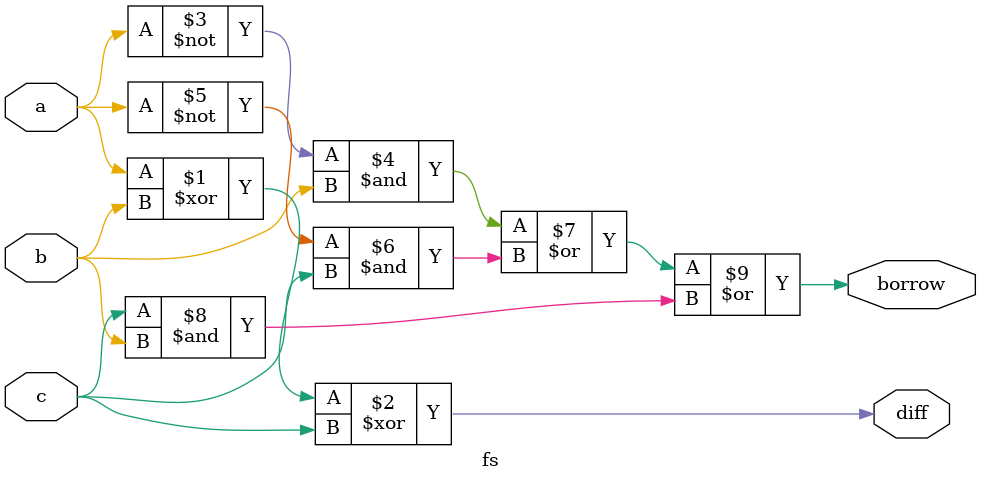
<source format=v>
module fs(a,b,c,borrow,diff);
  input a,b,c;
  output diff,borrow;
  assign diff = a^b^c;
  assign borrow = ((~a)&b)|((~a)&c)|(c&b);
endmodule

</source>
